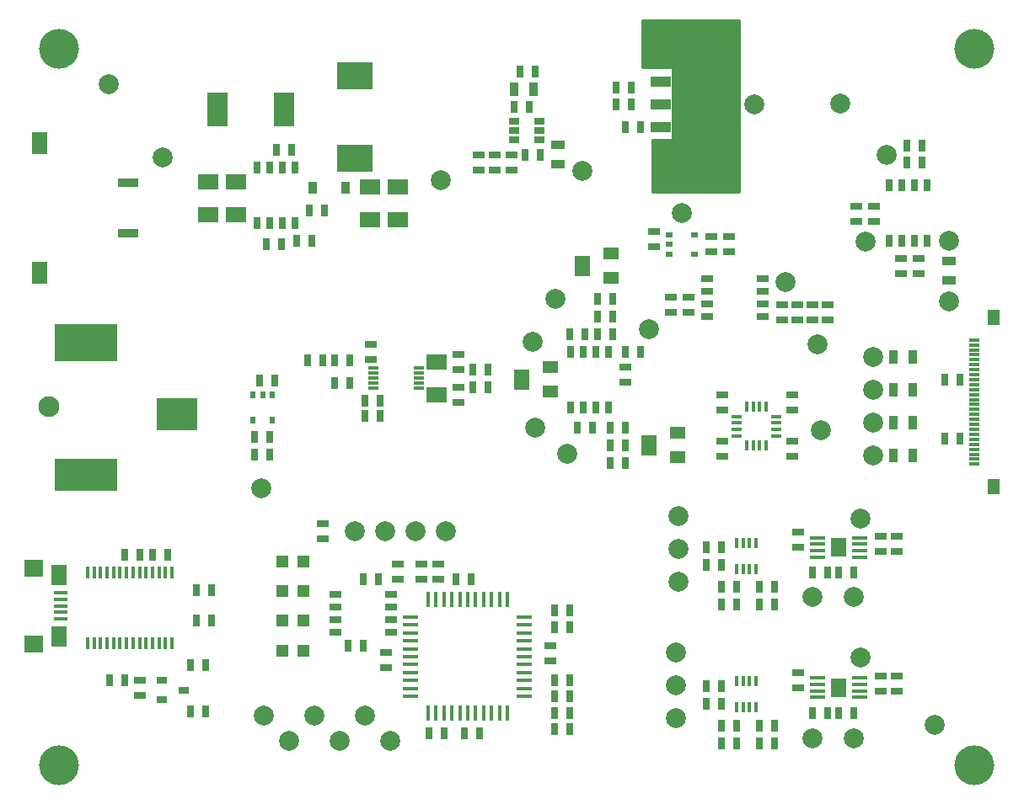
<source format=gts>
G04 (created by PCBNEW (2013-07-07 BZR 4022)-stable) date Tue 03 Dec 2013 19:18:52 NZDT*
%MOIN*%
G04 Gerber Fmt 3.4, Leading zero omitted, Abs format*
%FSLAX34Y34*%
G01*
G70*
G90*
G04 APERTURE LIST*
%ADD10C,0.00590551*%
%ADD11C,0.0826772*%
%ADD12R,0.25X0.15*%
%ADD13R,0.25X0.129921*%
%ADD14R,0.159843X0.129921*%
%ADD15R,0.0402X0.0118*%
%ADD16R,0.05X0.025*%
%ADD17R,0.025X0.05*%
%ADD18C,0.15748*%
%ADD19R,0.0472X0.0472*%
%ADD20R,0.08X0.144*%
%ADD21R,0.08X0.04*%
%ADD22R,0.0393701X0.011811*%
%ADD23R,0.0511811X0.0649606*%
%ADD24R,0.0531496X0.015748*%
%ADD25R,0.0629921X0.0826772*%
%ADD26R,0.0748031X0.0708661*%
%ADD27R,0.06X0.016*%
%ADD28R,0.016X0.06*%
%ADD29C,0.0787402*%
%ADD30R,0.016X0.05*%
%ADD31R,0.0394X0.0276*%
%ADD32R,0.03X0.02*%
%ADD33R,0.02X0.03*%
%ADD34R,0.0177165X0.0393701*%
%ADD35R,0.036X0.048*%
%ADD36R,0.0787402X0.137795*%
%ADD37R,0.08X0.06*%
%ADD38R,0.055X0.035*%
%ADD39R,0.035X0.055*%
%ADD40R,0.025X0.045*%
%ADD41R,0.045X0.025*%
%ADD42R,0.0137795X0.0433071*%
%ADD43R,0.0433071X0.0137795*%
%ADD44R,0.0818898X0.0350394*%
%ADD45R,0.0598425X0.0915354*%
%ADD46R,0.0629921X0.015748*%
%ADD47R,0.061811X0.0744094*%
%ADD48R,0.141732X0.106299*%
%ADD49R,0.0394X0.0315*%
%ADD50R,0.0629921X0.0787402*%
%ADD51R,0.0629921X0.0511811*%
%ADD52C,0.01*%
G04 APERTURE END LIST*
G54D10*
G54D11*
X55511Y-69291D03*
G54D12*
X56992Y-66759D03*
G54D13*
X56992Y-71992D03*
G54D14*
X60590Y-69590D03*
G54D15*
X70156Y-68544D03*
X70156Y-68347D03*
X70156Y-68150D03*
X70156Y-67953D03*
X70156Y-67756D03*
X68344Y-67756D03*
X68344Y-67953D03*
X68344Y-68150D03*
X68344Y-68347D03*
X68344Y-68544D03*
G54D16*
X66850Y-76700D03*
X66850Y-77200D03*
X66850Y-77700D03*
X66850Y-78200D03*
X69050Y-78200D03*
X69050Y-77700D03*
X69050Y-77200D03*
X69050Y-76700D03*
G54D17*
X77650Y-67100D03*
X77150Y-67100D03*
X76650Y-67100D03*
X76150Y-67100D03*
X76150Y-69300D03*
X76650Y-69300D03*
X77150Y-69300D03*
X77650Y-69300D03*
G54D16*
X81543Y-64202D03*
X81543Y-64702D03*
X81543Y-65202D03*
X81543Y-65702D03*
X83743Y-65702D03*
X83743Y-65202D03*
X83743Y-64702D03*
X83743Y-64202D03*
G54D17*
X90261Y-60520D03*
X89761Y-60520D03*
X89261Y-60520D03*
X88761Y-60520D03*
X88761Y-62720D03*
X89261Y-62720D03*
X89761Y-62720D03*
X90261Y-62720D03*
X65250Y-59800D03*
X64750Y-59800D03*
X64250Y-59800D03*
X63750Y-59800D03*
X63750Y-62000D03*
X64250Y-62000D03*
X64750Y-62000D03*
X65250Y-62000D03*
G54D18*
X55905Y-55118D03*
G54D19*
X65570Y-77755D03*
X64744Y-77755D03*
G54D20*
X82300Y-57300D03*
G54D21*
X79700Y-57300D03*
X79700Y-58200D03*
X79700Y-56400D03*
G54D22*
X92125Y-71555D03*
X92125Y-71358D03*
X92125Y-71161D03*
X92125Y-70964D03*
X92125Y-70767D03*
X92125Y-70570D03*
X92125Y-70374D03*
X92125Y-70177D03*
X92125Y-69980D03*
X92125Y-69783D03*
X92125Y-69586D03*
X92125Y-69389D03*
X92125Y-69192D03*
X92125Y-68996D03*
X92125Y-68799D03*
X92125Y-68602D03*
X92125Y-68405D03*
X92125Y-68208D03*
X92125Y-68011D03*
X92125Y-67814D03*
X92125Y-67618D03*
X92125Y-67421D03*
X92125Y-67224D03*
X92125Y-67027D03*
X92125Y-66830D03*
X92125Y-66633D03*
G54D23*
X92874Y-72450D03*
X92874Y-65738D03*
G54D24*
X55974Y-76653D03*
X55974Y-76909D03*
X55974Y-77165D03*
X55974Y-77421D03*
X55974Y-77677D03*
G54D25*
X55925Y-75944D03*
X55925Y-78385D03*
G54D26*
X54921Y-75669D03*
X54921Y-78661D03*
G54D27*
X69832Y-79175D03*
X69832Y-79490D03*
X69832Y-79805D03*
X69832Y-80120D03*
X69832Y-80435D03*
X69832Y-80750D03*
X69832Y-78860D03*
X69832Y-78545D03*
X69832Y-78230D03*
X69832Y-77915D03*
X69832Y-77600D03*
X74332Y-79175D03*
X74332Y-79490D03*
X74332Y-79805D03*
X74332Y-80120D03*
X74332Y-80435D03*
X74332Y-80750D03*
X74332Y-78860D03*
X74332Y-78545D03*
X74332Y-78230D03*
X74332Y-77915D03*
X74332Y-77600D03*
G54D28*
X72082Y-81425D03*
X72082Y-76925D03*
X72397Y-81425D03*
X72397Y-76925D03*
X72712Y-76925D03*
X72712Y-81425D03*
X73027Y-81425D03*
X73027Y-76925D03*
X73342Y-76925D03*
X73342Y-81425D03*
X73657Y-81425D03*
X73657Y-76925D03*
X71767Y-76925D03*
X71767Y-81425D03*
X71452Y-81425D03*
X71452Y-76925D03*
X71137Y-76925D03*
X71137Y-81425D03*
X70822Y-81425D03*
X70822Y-76925D03*
X70507Y-76925D03*
X70507Y-81425D03*
G54D29*
X87350Y-76800D03*
X86811Y-57283D03*
X57874Y-56496D03*
X88650Y-59300D03*
X87800Y-62750D03*
X91100Y-62700D03*
X88100Y-71200D03*
X88100Y-69900D03*
X88100Y-68600D03*
X88100Y-67300D03*
X87600Y-73700D03*
X83423Y-57305D03*
X87350Y-82400D03*
X87600Y-79200D03*
X85900Y-66800D03*
X76600Y-59950D03*
X60000Y-59400D03*
X63900Y-72500D03*
X80550Y-61600D03*
X84650Y-64350D03*
X67600Y-74200D03*
X64000Y-81500D03*
X68800Y-74200D03*
X70000Y-74200D03*
X71200Y-74200D03*
X80300Y-80300D03*
X80300Y-81600D03*
X80300Y-79000D03*
X80400Y-74900D03*
X80400Y-76200D03*
X80400Y-73600D03*
X90551Y-81889D03*
X86050Y-70200D03*
X76000Y-71150D03*
X79250Y-66200D03*
X75550Y-65000D03*
X74650Y-66700D03*
X74750Y-70100D03*
X85700Y-76800D03*
X85700Y-82400D03*
X91100Y-65100D03*
X71000Y-60300D03*
X68000Y-81500D03*
X69000Y-82500D03*
X65000Y-82500D03*
X67000Y-82500D03*
X66000Y-81500D03*
G54D30*
X57050Y-78650D03*
X57300Y-78650D03*
X57560Y-78650D03*
X57820Y-78650D03*
X58070Y-78650D03*
X58330Y-78650D03*
X58590Y-78650D03*
X58840Y-78650D03*
X59100Y-78650D03*
X59350Y-78650D03*
X59610Y-78650D03*
X59870Y-78650D03*
X60120Y-78650D03*
X60380Y-78650D03*
X60380Y-75850D03*
X60120Y-75850D03*
X59880Y-75850D03*
X59610Y-75850D03*
X59350Y-75850D03*
X59100Y-75850D03*
X58840Y-75850D03*
X58590Y-75850D03*
X58330Y-75850D03*
X58070Y-75850D03*
X57820Y-75850D03*
X57560Y-75850D03*
X57300Y-75850D03*
X57050Y-75850D03*
G54D31*
X74900Y-57975D03*
X74900Y-58350D03*
X74900Y-58725D03*
X73900Y-58725D03*
X73900Y-58350D03*
X73900Y-57975D03*
G54D32*
X80046Y-62482D03*
X80046Y-63232D03*
X81046Y-62482D03*
X80046Y-62857D03*
X81046Y-63232D03*
G54D33*
X64348Y-68807D03*
X63598Y-68807D03*
X64348Y-69807D03*
X63973Y-68807D03*
X63598Y-69807D03*
G54D34*
X82716Y-75711D03*
X82972Y-75711D03*
X83227Y-75711D03*
X83483Y-75711D03*
X83483Y-74688D03*
X83227Y-74688D03*
X82972Y-74688D03*
X82716Y-74688D03*
X82716Y-81161D03*
X82972Y-81161D03*
X83227Y-81161D03*
X83483Y-81161D03*
X83483Y-80138D03*
X83227Y-80138D03*
X82972Y-80138D03*
X82716Y-80138D03*
G54D35*
X67240Y-60600D03*
X65960Y-60600D03*
G54D36*
X62181Y-57500D03*
X64818Y-57500D03*
G54D37*
X61806Y-60387D03*
X61806Y-61687D03*
X69306Y-60587D03*
X69306Y-61887D03*
X68206Y-60587D03*
X68206Y-61887D03*
X62906Y-60387D03*
X62906Y-61687D03*
G54D38*
X91100Y-63525D03*
X91100Y-64275D03*
X75650Y-58925D03*
X75650Y-59675D03*
G54D39*
X88925Y-68600D03*
X89675Y-68600D03*
X74675Y-56700D03*
X73925Y-56700D03*
X88925Y-67300D03*
X89675Y-67300D03*
X88925Y-69900D03*
X89675Y-69900D03*
X88925Y-71200D03*
X89675Y-71200D03*
G54D40*
X77700Y-70800D03*
X78300Y-70800D03*
G54D41*
X71725Y-68525D03*
X71725Y-69125D03*
G54D40*
X77800Y-65000D03*
X77200Y-65000D03*
X77700Y-71500D03*
X78300Y-71500D03*
X77800Y-65700D03*
X77200Y-65700D03*
G54D41*
X78300Y-68300D03*
X78300Y-67700D03*
G54D40*
X77800Y-66400D03*
X77200Y-66400D03*
X78300Y-70100D03*
X77700Y-70100D03*
X78300Y-67100D03*
X78900Y-67100D03*
G54D41*
X82150Y-71250D03*
X82150Y-70650D03*
X71725Y-67225D03*
X71725Y-67825D03*
G54D40*
X72275Y-67825D03*
X72875Y-67825D03*
X72275Y-68525D03*
X72875Y-68525D03*
X82700Y-77100D03*
X82100Y-77100D03*
X82700Y-76400D03*
X82100Y-76400D03*
X83600Y-77100D03*
X84200Y-77100D03*
X83600Y-76400D03*
X84200Y-76400D03*
G54D41*
X85150Y-74850D03*
X85150Y-74250D03*
X89050Y-75000D03*
X89050Y-74400D03*
X88400Y-75000D03*
X88400Y-74400D03*
G54D40*
X85700Y-75850D03*
X86300Y-75850D03*
X86750Y-75850D03*
X87350Y-75850D03*
X67350Y-78750D03*
X67950Y-78750D03*
X67950Y-76100D03*
X68550Y-76100D03*
G54D41*
X75350Y-78750D03*
X75350Y-79350D03*
G54D40*
X72550Y-82200D03*
X71950Y-82200D03*
G54D41*
X68850Y-79600D03*
X68850Y-79000D03*
G54D40*
X71600Y-76100D03*
X72200Y-76100D03*
X82100Y-75550D03*
X81500Y-75550D03*
X82100Y-74850D03*
X81500Y-74850D03*
X82100Y-81050D03*
X81500Y-81050D03*
X82100Y-80350D03*
X81500Y-80350D03*
G54D41*
X68250Y-67400D03*
X68250Y-66800D03*
G54D40*
X66800Y-68350D03*
X67400Y-68350D03*
X66800Y-67450D03*
X67400Y-67450D03*
X65750Y-67450D03*
X66350Y-67450D03*
X68000Y-69650D03*
X68600Y-69650D03*
X76700Y-66400D03*
X76100Y-66400D03*
X68000Y-69050D03*
X68600Y-69050D03*
X61350Y-76550D03*
X61950Y-76550D03*
X61350Y-77750D03*
X61950Y-77750D03*
G54D41*
X82150Y-68800D03*
X82150Y-69400D03*
X89050Y-80550D03*
X89050Y-79950D03*
G54D40*
X57900Y-80100D03*
X58500Y-80100D03*
G54D41*
X59100Y-80100D03*
X59100Y-80700D03*
G54D40*
X59100Y-75150D03*
X58500Y-75150D03*
X60200Y-75150D03*
X59600Y-75150D03*
G54D41*
X84900Y-68800D03*
X84900Y-69400D03*
X84900Y-71250D03*
X84900Y-70650D03*
G54D40*
X76400Y-70100D03*
X77000Y-70100D03*
X73900Y-57400D03*
X74500Y-57400D03*
G54D41*
X88150Y-61950D03*
X88150Y-61350D03*
X89900Y-63400D03*
X89900Y-64000D03*
X89200Y-63400D03*
X89200Y-64000D03*
G54D40*
X90050Y-59600D03*
X89450Y-59600D03*
X64700Y-62850D03*
X64100Y-62850D03*
X76100Y-82050D03*
X75500Y-82050D03*
G54D41*
X86300Y-65850D03*
X86300Y-65250D03*
X85100Y-65250D03*
X85100Y-65850D03*
X72500Y-59900D03*
X72500Y-59300D03*
G54D40*
X74750Y-56000D03*
X74150Y-56000D03*
G54D41*
X73800Y-59900D03*
X73800Y-59300D03*
X73150Y-59900D03*
X73150Y-59300D03*
G54D40*
X74350Y-59300D03*
X74950Y-59300D03*
G54D41*
X87450Y-61950D03*
X87450Y-61350D03*
G54D40*
X78550Y-57300D03*
X77950Y-57300D03*
G54D41*
X85700Y-65850D03*
X85700Y-65250D03*
X80100Y-64950D03*
X80100Y-65550D03*
X84500Y-65250D03*
X84500Y-65850D03*
G54D40*
X64243Y-70475D03*
X63643Y-70475D03*
G54D41*
X80800Y-64950D03*
X80800Y-65550D03*
X82400Y-62550D03*
X82400Y-63150D03*
G54D40*
X78900Y-58200D03*
X78300Y-58200D03*
X64450Y-68250D03*
X63850Y-68250D03*
G54D41*
X79450Y-62350D03*
X79450Y-62950D03*
G54D40*
X65100Y-59100D03*
X64500Y-59100D03*
G54D41*
X81700Y-62550D03*
X81700Y-63150D03*
G54D40*
X64243Y-71175D03*
X63643Y-71175D03*
X66400Y-61500D03*
X65800Y-61500D03*
X61100Y-79500D03*
X61700Y-79500D03*
X82700Y-82600D03*
X82100Y-82600D03*
X82700Y-81900D03*
X82100Y-81900D03*
X83600Y-82600D03*
X84200Y-82600D03*
X83600Y-81900D03*
X84200Y-81900D03*
G54D41*
X85150Y-80400D03*
X85150Y-79800D03*
X88400Y-80550D03*
X88400Y-79950D03*
G54D40*
X85700Y-81400D03*
X86300Y-81400D03*
X86750Y-81400D03*
X87350Y-81400D03*
G54D41*
X66338Y-73912D03*
X66338Y-74512D03*
G54D40*
X78550Y-56650D03*
X77950Y-56650D03*
X61100Y-81350D03*
X61700Y-81350D03*
X65300Y-62700D03*
X65900Y-62700D03*
X70550Y-82200D03*
X71150Y-82200D03*
G54D41*
X70900Y-75500D03*
X70900Y-76100D03*
X69300Y-75500D03*
X69300Y-76100D03*
X70250Y-75500D03*
X70250Y-76100D03*
G54D40*
X76100Y-77350D03*
X75500Y-77350D03*
X76100Y-78000D03*
X75500Y-78000D03*
X76100Y-80100D03*
X75500Y-80100D03*
X76100Y-80750D03*
X75500Y-80750D03*
X76100Y-81400D03*
X75500Y-81400D03*
X91550Y-70550D03*
X90950Y-70550D03*
X91550Y-68200D03*
X90950Y-68200D03*
X90050Y-58950D03*
X89450Y-58950D03*
G54D42*
X83116Y-70817D03*
X83372Y-70817D03*
X83627Y-70817D03*
X83883Y-70817D03*
G54D43*
X84267Y-70433D03*
X84267Y-70177D03*
X84267Y-69922D03*
X84267Y-69666D03*
G54D42*
X83883Y-69282D03*
X83627Y-69282D03*
X83372Y-69282D03*
X83116Y-69282D03*
G54D43*
X82732Y-69666D03*
X82732Y-69922D03*
X82732Y-70177D03*
X82732Y-70433D03*
G54D44*
X58661Y-62417D03*
X58661Y-60417D03*
G54D45*
X55149Y-58842D03*
X55149Y-63992D03*
G54D46*
X85923Y-80016D03*
X85923Y-80272D03*
X85923Y-80527D03*
X85923Y-80783D03*
X87576Y-80783D03*
X87576Y-80527D03*
X87576Y-80272D03*
X87576Y-80016D03*
G54D47*
X86750Y-80400D03*
G54D46*
X85923Y-74466D03*
X85923Y-74722D03*
X85923Y-74977D03*
X85923Y-75233D03*
X87576Y-75233D03*
X87576Y-74977D03*
X87576Y-74722D03*
X87576Y-74466D03*
G54D47*
X86750Y-74850D03*
G54D48*
X67600Y-56166D03*
X67600Y-59433D03*
G54D49*
X60833Y-80500D03*
X59967Y-80875D03*
X59967Y-80125D03*
G54D37*
X70850Y-68800D03*
X70850Y-67500D03*
G54D50*
X74206Y-68200D03*
G54D51*
X75348Y-67707D03*
X75348Y-68692D03*
G54D50*
X79256Y-70800D03*
G54D51*
X80398Y-70307D03*
X80398Y-71292D03*
G54D50*
X76606Y-63700D03*
G54D51*
X77748Y-63207D03*
X77748Y-64192D03*
G54D19*
X65570Y-76574D03*
X64744Y-76574D03*
X65570Y-78937D03*
X64744Y-78937D03*
X65570Y-75393D03*
X64744Y-75393D03*
G54D18*
X92125Y-55118D03*
X92125Y-83464D03*
X55905Y-83464D03*
G54D10*
G36*
X82824Y-60776D02*
X79380Y-60776D01*
X79380Y-58711D01*
X80168Y-58711D01*
X80168Y-55855D01*
X78987Y-55855D01*
X78987Y-53987D01*
X82824Y-53987D01*
X82824Y-60776D01*
X82824Y-60776D01*
G37*
G54D52*
X82824Y-60776D02*
X79380Y-60776D01*
X79380Y-58711D01*
X80168Y-58711D01*
X80168Y-55855D01*
X78987Y-55855D01*
X78987Y-53987D01*
X82824Y-53987D01*
X82824Y-60776D01*
M02*

</source>
